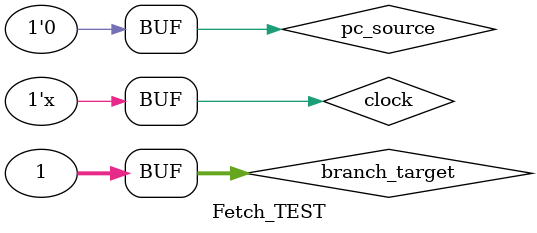
<source format=v>
`timescale 1ns / 1ps


module Fetch_TEST;

	// Inputs
	reg clock;
	reg [31:0] branch_target;
	reg pc_source;

	// Outputs
	wire [31:0] next_pc;
	wire [31:0] instruction;
	wire hit;

	// Instantiate the Unit Under Test (UUT)
	Fetch uut (
		.clock(clock), 
		.branch_target(branch_target), 
		.pc_source(pc_source), 
		.next_pc(next_pc), 
		.instruction(instruction), 
		.hit(hit)
	);

	always #10 clock = ~clock;
	
	initial begin
		// Initialize Inputs
		clock = 0;
		branch_target = 1;
		pc_source = 0;
		
		#500 pc_source = 1;
		#501 pc_source = 0;

		// Wait 100 ns for global reset to finish
		#1000;
        
		// Add stimulus here

	end
      
endmodule


</source>
